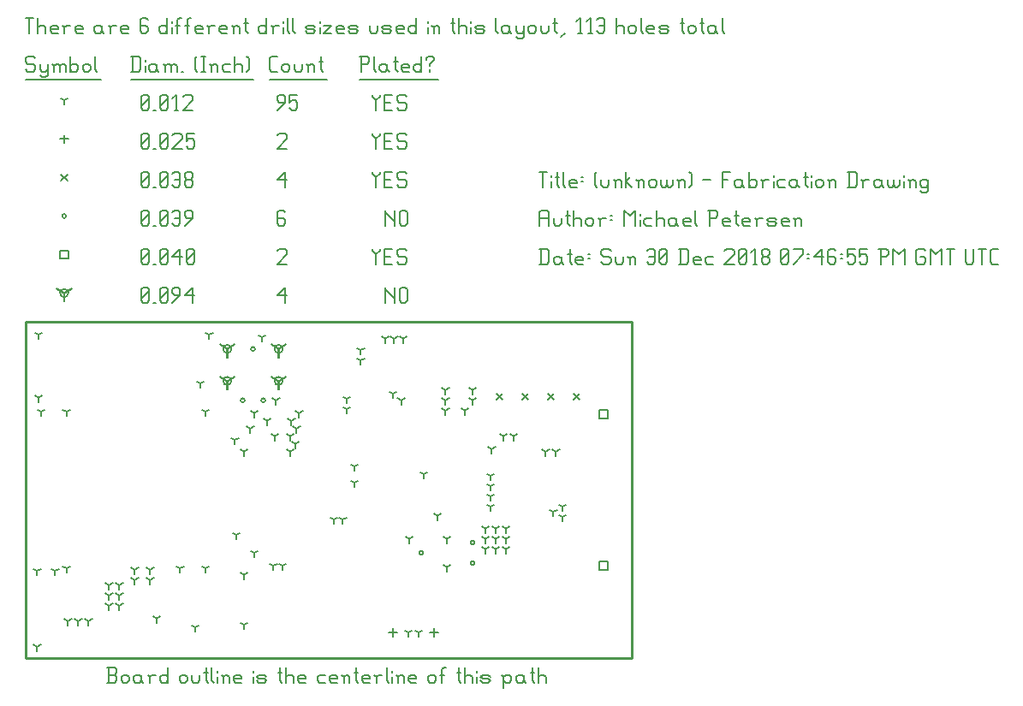
<source format=gbr>
G04 start of page 13 for group -3984 idx -3984 *
G04 Title: (unknown), fab *
G04 Creator: pcb 20140316 *
G04 CreationDate: Sun 30 Dec 2018 07:46:55 PM GMT UTC *
G04 For: railfan *
G04 Format: Gerber/RS-274X *
G04 PCB-Dimensions (mil): 2360.00 1310.00 *
G04 PCB-Coordinate-Origin: lower left *
%MOIN*%
%FSLAX25Y25*%
%LNFAB*%
%ADD108C,0.0100*%
%ADD107C,0.0060*%
%ADD106C,0.0001*%
%ADD105R,0.0080X0.0080*%
G54D105*X98500Y120500D02*Y117300D01*
G54D106*G36*
X97954Y120647D02*X101420Y122646D01*
X101820Y121953D01*
X98353Y119954D01*
X97954Y120647D01*
G37*
G36*
X98647Y119954D02*X95180Y121953D01*
X95580Y122646D01*
X99046Y120647D01*
X98647Y119954D01*
G37*
G54D105*X96900Y120500D02*G75*G03X100100Y120500I1600J0D01*G01*
G75*G03X96900Y120500I-1600J0D01*G01*
X98500Y108000D02*Y104800D01*
G54D106*G36*
X97954Y108147D02*X101420Y110146D01*
X101820Y109453D01*
X98353Y107454D01*
X97954Y108147D01*
G37*
G36*
X98647Y107454D02*X95180Y109453D01*
X95580Y110146D01*
X99046Y108147D01*
X98647Y107454D01*
G37*
G54D105*X96900Y108000D02*G75*G03X100100Y108000I1600J0D01*G01*
G75*G03X96900Y108000I-1600J0D01*G01*
X78500D02*Y104800D01*
G54D106*G36*
X77954Y108147D02*X81420Y110146D01*
X81820Y109453D01*
X78353Y107454D01*
X77954Y108147D01*
G37*
G36*
X78647Y107454D02*X75180Y109453D01*
X75580Y110146D01*
X79046Y108147D01*
X78647Y107454D01*
G37*
G54D105*X76900Y108000D02*G75*G03X80100Y108000I1600J0D01*G01*
G75*G03X76900Y108000I-1600J0D01*G01*
X78500Y120500D02*Y117300D01*
G54D106*G36*
X77954Y120647D02*X81420Y122646D01*
X81820Y121953D01*
X78353Y119954D01*
X77954Y120647D01*
G37*
G36*
X78647Y119954D02*X75180Y121953D01*
X75580Y122646D01*
X79046Y120647D01*
X78647Y119954D01*
G37*
G54D105*X76900Y120500D02*G75*G03X80100Y120500I1600J0D01*G01*
G75*G03X76900Y120500I-1600J0D01*G01*
X15000Y142250D02*Y139050D01*
G54D106*G36*
X14454Y142397D02*X17920Y144396D01*
X18320Y143703D01*
X14853Y141704D01*
X14454Y142397D01*
G37*
G36*
X15147Y141704D02*X11680Y143703D01*
X12080Y144396D01*
X15546Y142397D01*
X15147Y141704D01*
G37*
G54D105*X13400Y142250D02*G75*G03X16600Y142250I1600J0D01*G01*
G75*G03X13400Y142250I-1600J0D01*G01*
G54D107*X140000Y144500D02*Y138500D01*
Y144500D02*Y143750D01*
X143750Y140000D01*
Y144500D02*Y138500D01*
X145550Y143750D02*Y139250D01*
Y143750D02*X146300Y144500D01*
X147800D01*
X148550Y143750D01*
Y139250D01*
X147800Y138500D02*X148550Y139250D01*
X146300Y138500D02*X147800D01*
X145550Y139250D02*X146300Y138500D01*
X98000Y141500D02*X101000Y144500D01*
X98000Y141500D02*X101750D01*
X101000Y144500D02*Y138500D01*
X45000Y139250D02*X45750Y138500D01*
X45000Y143750D02*Y139250D01*
Y143750D02*X45750Y144500D01*
X47250D01*
X48000Y143750D01*
Y139250D01*
X47250Y138500D02*X48000Y139250D01*
X45750Y138500D02*X47250D01*
X45000Y140000D02*X48000Y143000D01*
X49800Y138500D02*X50550D01*
X52350Y139250D02*X53100Y138500D01*
X52350Y143750D02*Y139250D01*
Y143750D02*X53100Y144500D01*
X54600D01*
X55350Y143750D01*
Y139250D01*
X54600Y138500D02*X55350Y139250D01*
X53100Y138500D02*X54600D01*
X52350Y140000D02*X55350Y143000D01*
X57150Y138500D02*X60150Y141500D01*
Y143750D02*Y141500D01*
X59400Y144500D02*X60150Y143750D01*
X57900Y144500D02*X59400D01*
X57150Y143750D02*X57900Y144500D01*
X57150Y143750D02*Y142250D01*
X57900Y141500D01*
X60150D01*
X61950D02*X64950Y144500D01*
X61950Y141500D02*X65700D01*
X64950Y144500D02*Y138500D01*
X223400Y96600D02*X226600D01*
X223400D02*Y93400D01*
X226600D01*
Y96600D02*Y93400D01*
X223400Y37600D02*X226600D01*
X223400D02*Y34400D01*
X226600D01*
Y37600D02*Y34400D01*
X13400Y158850D02*X16600D01*
X13400D02*Y155650D01*
X16600D01*
Y158850D02*Y155650D01*
X135000Y159500D02*Y158750D01*
X136500Y157250D01*
X138000Y158750D01*
Y159500D02*Y158750D01*
X136500Y157250D02*Y153500D01*
X139800Y156500D02*X142050D01*
X139800Y153500D02*X142800D01*
X139800Y159500D02*Y153500D01*
Y159500D02*X142800D01*
X147600D02*X148350Y158750D01*
X145350Y159500D02*X147600D01*
X144600Y158750D02*X145350Y159500D01*
X144600Y158750D02*Y157250D01*
X145350Y156500D01*
X147600D01*
X148350Y155750D01*
Y154250D01*
X147600Y153500D02*X148350Y154250D01*
X145350Y153500D02*X147600D01*
X144600Y154250D02*X145350Y153500D01*
X98000Y158750D02*X98750Y159500D01*
X101000D01*
X101750Y158750D01*
Y157250D01*
X98000Y153500D02*X101750Y157250D01*
X98000Y153500D02*X101750D01*
X45000Y154250D02*X45750Y153500D01*
X45000Y158750D02*Y154250D01*
Y158750D02*X45750Y159500D01*
X47250D01*
X48000Y158750D01*
Y154250D01*
X47250Y153500D02*X48000Y154250D01*
X45750Y153500D02*X47250D01*
X45000Y155000D02*X48000Y158000D01*
X49800Y153500D02*X50550D01*
X52350Y154250D02*X53100Y153500D01*
X52350Y158750D02*Y154250D01*
Y158750D02*X53100Y159500D01*
X54600D01*
X55350Y158750D01*
Y154250D01*
X54600Y153500D02*X55350Y154250D01*
X53100Y153500D02*X54600D01*
X52350Y155000D02*X55350Y158000D01*
X57150Y156500D02*X60150Y159500D01*
X57150Y156500D02*X60900D01*
X60150Y159500D02*Y153500D01*
X62700Y154250D02*X63450Y153500D01*
X62700Y158750D02*Y154250D01*
Y158750D02*X63450Y159500D01*
X64950D01*
X65700Y158750D01*
Y154250D01*
X64950Y153500D02*X65700Y154250D01*
X63450Y153500D02*X64950D01*
X62700Y155000D02*X65700Y158000D01*
X153200Y41000D02*G75*G03X154800Y41000I800J0D01*G01*
G75*G03X153200Y41000I-800J0D01*G01*
X173200Y45000D02*G75*G03X174800Y45000I800J0D01*G01*
G75*G03X173200Y45000I-800J0D01*G01*
Y37000D02*G75*G03X174800Y37000I800J0D01*G01*
G75*G03X173200Y37000I-800J0D01*G01*
X87700Y120500D02*G75*G03X89300Y120500I800J0D01*G01*
G75*G03X87700Y120500I-800J0D01*G01*
X91700Y100500D02*G75*G03X93300Y100500I800J0D01*G01*
G75*G03X91700Y100500I-800J0D01*G01*
X83700D02*G75*G03X85300Y100500I800J0D01*G01*
G75*G03X83700Y100500I-800J0D01*G01*
X14200Y172250D02*G75*G03X15800Y172250I800J0D01*G01*
G75*G03X14200Y172250I-800J0D01*G01*
X140000Y174500D02*Y168500D01*
Y174500D02*Y173750D01*
X143750Y170000D01*
Y174500D02*Y168500D01*
X145550Y173750D02*Y169250D01*
Y173750D02*X146300Y174500D01*
X147800D01*
X148550Y173750D01*
Y169250D01*
X147800Y168500D02*X148550Y169250D01*
X146300Y168500D02*X147800D01*
X145550Y169250D02*X146300Y168500D01*
X100250Y174500D02*X101000Y173750D01*
X98750Y174500D02*X100250D01*
X98000Y173750D02*X98750Y174500D01*
X98000Y173750D02*Y169250D01*
X98750Y168500D01*
X100250Y171500D02*X101000Y170750D01*
X98000Y171500D02*X100250D01*
X98750Y168500D02*X100250D01*
X101000Y169250D01*
Y170750D02*Y169250D01*
X45000D02*X45750Y168500D01*
X45000Y173750D02*Y169250D01*
Y173750D02*X45750Y174500D01*
X47250D01*
X48000Y173750D01*
Y169250D01*
X47250Y168500D02*X48000Y169250D01*
X45750Y168500D02*X47250D01*
X45000Y170000D02*X48000Y173000D01*
X49800Y168500D02*X50550D01*
X52350Y169250D02*X53100Y168500D01*
X52350Y173750D02*Y169250D01*
Y173750D02*X53100Y174500D01*
X54600D01*
X55350Y173750D01*
Y169250D01*
X54600Y168500D02*X55350Y169250D01*
X53100Y168500D02*X54600D01*
X52350Y170000D02*X55350Y173000D01*
X57150Y173750D02*X57900Y174500D01*
X59400D01*
X60150Y173750D01*
Y169250D01*
X59400Y168500D02*X60150Y169250D01*
X57900Y168500D02*X59400D01*
X57150Y169250D02*X57900Y168500D01*
Y171500D02*X60150D01*
X61950Y168500D02*X64950Y171500D01*
Y173750D02*Y171500D01*
X64200Y174500D02*X64950Y173750D01*
X62700Y174500D02*X64200D01*
X61950Y173750D02*X62700Y174500D01*
X61950Y173750D02*Y172250D01*
X62700Y171500D01*
X64950D01*
X213300Y103200D02*X215700Y100800D01*
X213300D02*X215700Y103200D01*
X203300D02*X205700Y100800D01*
X203300D02*X205700Y103200D01*
X193300D02*X195700Y100800D01*
X193300D02*X195700Y103200D01*
X183300D02*X185700Y100800D01*
X183300D02*X185700Y103200D01*
X13800Y188450D02*X16200Y186050D01*
X13800D02*X16200Y188450D01*
X135000Y189500D02*Y188750D01*
X136500Y187250D01*
X138000Y188750D01*
Y189500D02*Y188750D01*
X136500Y187250D02*Y183500D01*
X139800Y186500D02*X142050D01*
X139800Y183500D02*X142800D01*
X139800Y189500D02*Y183500D01*
Y189500D02*X142800D01*
X147600D02*X148350Y188750D01*
X145350Y189500D02*X147600D01*
X144600Y188750D02*X145350Y189500D01*
X144600Y188750D02*Y187250D01*
X145350Y186500D01*
X147600D01*
X148350Y185750D01*
Y184250D01*
X147600Y183500D02*X148350Y184250D01*
X145350Y183500D02*X147600D01*
X144600Y184250D02*X145350Y183500D01*
X98000Y186500D02*X101000Y189500D01*
X98000Y186500D02*X101750D01*
X101000Y189500D02*Y183500D01*
X45000Y184250D02*X45750Y183500D01*
X45000Y188750D02*Y184250D01*
Y188750D02*X45750Y189500D01*
X47250D01*
X48000Y188750D01*
Y184250D01*
X47250Y183500D02*X48000Y184250D01*
X45750Y183500D02*X47250D01*
X45000Y185000D02*X48000Y188000D01*
X49800Y183500D02*X50550D01*
X52350Y184250D02*X53100Y183500D01*
X52350Y188750D02*Y184250D01*
Y188750D02*X53100Y189500D01*
X54600D01*
X55350Y188750D01*
Y184250D01*
X54600Y183500D02*X55350Y184250D01*
X53100Y183500D02*X54600D01*
X52350Y185000D02*X55350Y188000D01*
X57150Y188750D02*X57900Y189500D01*
X59400D01*
X60150Y188750D01*
Y184250D01*
X59400Y183500D02*X60150Y184250D01*
X57900Y183500D02*X59400D01*
X57150Y184250D02*X57900Y183500D01*
Y186500D02*X60150D01*
X61950Y184250D02*X62700Y183500D01*
X61950Y185750D02*Y184250D01*
Y185750D02*X62700Y186500D01*
X64200D01*
X64950Y185750D01*
Y184250D01*
X64200Y183500D02*X64950Y184250D01*
X62700Y183500D02*X64200D01*
X61950Y187250D02*X62700Y186500D01*
X61950Y188750D02*Y187250D01*
Y188750D02*X62700Y189500D01*
X64200D01*
X64950Y188750D01*
Y187250D01*
X64200Y186500D02*X64950Y187250D01*
X143028Y11750D02*Y8550D01*
X141428Y10150D02*X144628D01*
X158972Y11750D02*Y8550D01*
X157372Y10150D02*X160572D01*
X15000Y203850D02*Y200650D01*
X13400Y202250D02*X16600D01*
X135000Y204500D02*Y203750D01*
X136500Y202250D01*
X138000Y203750D01*
Y204500D02*Y203750D01*
X136500Y202250D02*Y198500D01*
X139800Y201500D02*X142050D01*
X139800Y198500D02*X142800D01*
X139800Y204500D02*Y198500D01*
Y204500D02*X142800D01*
X147600D02*X148350Y203750D01*
X145350Y204500D02*X147600D01*
X144600Y203750D02*X145350Y204500D01*
X144600Y203750D02*Y202250D01*
X145350Y201500D01*
X147600D01*
X148350Y200750D01*
Y199250D01*
X147600Y198500D02*X148350Y199250D01*
X145350Y198500D02*X147600D01*
X144600Y199250D02*X145350Y198500D01*
X98000Y203750D02*X98750Y204500D01*
X101000D01*
X101750Y203750D01*
Y202250D01*
X98000Y198500D02*X101750Y202250D01*
X98000Y198500D02*X101750D01*
X45000Y199250D02*X45750Y198500D01*
X45000Y203750D02*Y199250D01*
Y203750D02*X45750Y204500D01*
X47250D01*
X48000Y203750D01*
Y199250D01*
X47250Y198500D02*X48000Y199250D01*
X45750Y198500D02*X47250D01*
X45000Y200000D02*X48000Y203000D01*
X49800Y198500D02*X50550D01*
X52350Y199250D02*X53100Y198500D01*
X52350Y203750D02*Y199250D01*
Y203750D02*X53100Y204500D01*
X54600D01*
X55350Y203750D01*
Y199250D01*
X54600Y198500D02*X55350Y199250D01*
X53100Y198500D02*X54600D01*
X52350Y200000D02*X55350Y203000D01*
X57150Y203750D02*X57900Y204500D01*
X60150D01*
X60900Y203750D01*
Y202250D01*
X57150Y198500D02*X60900Y202250D01*
X57150Y198500D02*X60900D01*
X62700Y204500D02*X65700D01*
X62700D02*Y201500D01*
X63450Y202250D01*
X64950D01*
X65700Y201500D01*
Y199250D01*
X64950Y198500D02*X65700Y199250D01*
X63450Y198500D02*X64950D01*
X62700Y199250D02*X63450Y198500D01*
X205500Y57000D02*Y55400D01*
Y57000D02*X206887Y57800D01*
X205500Y57000D02*X204113Y57800D01*
X209000Y55000D02*Y53400D01*
Y55000D02*X210387Y55800D01*
X209000Y55000D02*X207613Y55800D01*
X209000Y59000D02*Y57400D01*
Y59000D02*X210387Y59800D01*
X209000Y59000D02*X207613Y59800D01*
X128000Y68425D02*Y66825D01*
Y68425D02*X129387Y69225D01*
X128000Y68425D02*X126613Y69225D01*
X128000Y74724D02*Y73124D01*
Y74724D02*X129387Y75524D01*
X128000Y74724D02*X126613Y75524D01*
X155000Y71575D02*Y69975D01*
Y71575D02*X156387Y72375D01*
X155000Y71575D02*X153613Y72375D01*
X179000Y46500D02*Y44900D01*
Y46500D02*X180387Y47300D01*
X179000Y46500D02*X177613Y47300D01*
X179000Y50500D02*Y48900D01*
Y50500D02*X180387Y51300D01*
X179000Y50500D02*X177613Y51300D01*
X179000Y42500D02*Y40900D01*
Y42500D02*X180387Y43300D01*
X179000Y42500D02*X177613Y43300D01*
X183000Y46500D02*Y44900D01*
Y46500D02*X184387Y47300D01*
X183000Y46500D02*X181613Y47300D01*
X183000Y42500D02*Y40900D01*
Y42500D02*X184387Y43300D01*
X183000Y42500D02*X181613Y43300D01*
X183000Y50500D02*Y48900D01*
Y50500D02*X184387Y51300D01*
X183000Y50500D02*X181613Y51300D01*
X187000Y46500D02*Y44900D01*
Y46500D02*X188387Y47300D01*
X187000Y46500D02*X185613Y47300D01*
X187000Y42500D02*Y40900D01*
Y42500D02*X188387Y43300D01*
X187000Y42500D02*X185613Y43300D01*
X187000Y50500D02*Y48900D01*
Y50500D02*X188387Y51300D01*
X187000Y50500D02*X185613Y51300D01*
X181000Y67000D02*Y65400D01*
Y67000D02*X182387Y67800D01*
X181000Y67000D02*X179613Y67800D01*
X181000Y63000D02*Y61400D01*
Y63000D02*X182387Y63800D01*
X181000Y63000D02*X179613Y63800D01*
X181000Y59000D02*Y57400D01*
Y59000D02*X182387Y59800D01*
X181000Y59000D02*X179613Y59800D01*
X181000Y71000D02*Y69400D01*
Y71000D02*X182387Y71800D01*
X181000Y71000D02*X179613Y71800D01*
X149374Y46500D02*Y44900D01*
Y46500D02*X150761Y47300D01*
X149374Y46500D02*X147987Y47300D01*
X164000Y46500D02*Y44900D01*
Y46500D02*X165387Y47300D01*
X164000Y46500D02*X162613Y47300D01*
X164000Y35500D02*Y33900D01*
Y35500D02*X165387Y36300D01*
X164000Y35500D02*X162613Y36300D01*
X160279Y55500D02*Y53900D01*
Y55500D02*X161666Y56300D01*
X160279Y55500D02*X158892Y56300D01*
X140000Y124500D02*Y122900D01*
Y124500D02*X141387Y125300D01*
X140000Y124500D02*X138613Y125300D01*
X143500Y124500D02*Y122900D01*
Y124500D02*X144887Y125300D01*
X143500Y124500D02*X142113Y125300D01*
X147000Y124500D02*Y122900D01*
Y124500D02*X148387Y125300D01*
X147000Y124500D02*X145613Y125300D01*
X125000Y101000D02*Y99400D01*
Y101000D02*X126387Y101800D01*
X125000Y101000D02*X123613Y101800D01*
X125000Y97000D02*Y95400D01*
Y97000D02*X126387Y97800D01*
X125000Y97000D02*X123613Y97800D01*
X143075Y103000D02*Y101400D01*
Y103000D02*X144462Y103800D01*
X143075Y103000D02*X141689Y103800D01*
X146224Y100500D02*Y98900D01*
Y100500D02*X147611Y101300D01*
X146224Y100500D02*X144837Y101300D01*
X130500Y116000D02*Y114400D01*
Y116000D02*X131887Y116800D01*
X130500Y116000D02*X129113Y116800D01*
X130500Y120000D02*Y118400D01*
Y120000D02*X131887Y120800D01*
X130500Y120000D02*X129113Y120800D01*
X163500Y104500D02*Y102900D01*
Y104500D02*X164887Y105300D01*
X163500Y104500D02*X162113Y105300D01*
X163500Y100500D02*Y98900D01*
Y100500D02*X164887Y101300D01*
X163500Y100500D02*X162113Y101300D01*
X24500Y14500D02*Y12900D01*
Y14500D02*X25887Y15300D01*
X24500Y14500D02*X23113Y15300D01*
X20500Y14500D02*Y12900D01*
Y14500D02*X21887Y15300D01*
X20500Y14500D02*X19113Y15300D01*
X16500Y14500D02*Y12900D01*
Y14500D02*X17887Y15300D01*
X16500Y14500D02*X15113Y15300D01*
X15854Y35000D02*Y33400D01*
Y35000D02*X17241Y35800D01*
X15854Y35000D02*X14467Y35800D01*
X60146Y35000D02*Y33400D01*
Y35000D02*X61533Y35800D01*
X60146Y35000D02*X58759Y35800D01*
X69988Y35000D02*Y33400D01*
Y35000D02*X71375Y35800D01*
X69988Y35000D02*X68602Y35800D01*
X69988Y96000D02*Y94400D01*
Y96000D02*X71375Y96800D01*
X69988Y96000D02*X68602Y96800D01*
X15854Y96000D02*Y94400D01*
Y96000D02*X17241Y96800D01*
X15854Y96000D02*X14467Y96800D01*
X6012Y96000D02*Y94400D01*
Y96000D02*X7399Y96800D01*
X6012Y96000D02*X4625Y96800D01*
X97500Y100500D02*Y98900D01*
Y100500D02*X98887Y101300D01*
X97500Y100500D02*X96113Y101300D01*
X186000Y86500D02*Y84900D01*
Y86500D02*X187387Y87300D01*
X186000Y86500D02*X184613Y87300D01*
X190000Y86500D02*Y84900D01*
Y86500D02*X191387Y87300D01*
X190000Y86500D02*X188613Y87300D01*
X181500Y81500D02*Y79900D01*
Y81500D02*X182887Y82300D01*
X181500Y81500D02*X180113Y82300D01*
X42500Y34500D02*Y32900D01*
Y34500D02*X43887Y35300D01*
X42500Y34500D02*X41113Y35300D01*
X48500Y34500D02*Y32900D01*
Y34500D02*X49887Y35300D01*
X48500Y34500D02*X47113Y35300D01*
X163500Y96500D02*Y94900D01*
Y96500D02*X164887Y97300D01*
X163500Y96500D02*X162113Y97300D01*
X171000Y96500D02*Y94900D01*
Y96500D02*X172387Y97300D01*
X171000Y96500D02*X169613Y97300D01*
X174000Y104500D02*Y102900D01*
Y104500D02*X175387Y105300D01*
X174000Y104500D02*X172613Y105300D01*
X174000Y100500D02*Y98900D01*
Y100500D02*X175387Y101300D01*
X174000Y100500D02*X172613Y101300D01*
X105000Y83500D02*Y81900D01*
Y83500D02*X106387Y84300D01*
X105000Y83500D02*X103613Y84300D01*
X97000Y86500D02*Y84900D01*
Y86500D02*X98387Y87300D01*
X97000Y86500D02*X95613Y87300D01*
X106500Y95500D02*Y93900D01*
Y95500D02*X107887Y96300D01*
X106500Y95500D02*X105113Y96300D01*
X103500Y92500D02*Y90900D01*
Y92500D02*X104887Y93300D01*
X103500Y92500D02*X102113Y93300D01*
X105500Y89500D02*Y87900D01*
Y89500D02*X106887Y90300D01*
X105500Y89500D02*X104113Y90300D01*
X103000Y86500D02*Y84900D01*
Y86500D02*X104387Y87300D01*
X103000Y86500D02*X101613Y87300D01*
X103000Y80500D02*Y78900D01*
Y80500D02*X104387Y81300D01*
X103000Y80500D02*X101613Y81300D01*
X87500Y89500D02*Y87900D01*
Y89500D02*X88887Y90300D01*
X87500Y89500D02*X86113Y90300D01*
X81500Y85000D02*Y83400D01*
Y85000D02*X82887Y85800D01*
X81500Y85000D02*X80113Y85800D01*
X82000Y48000D02*Y46400D01*
Y48000D02*X83387Y48800D01*
X82000Y48000D02*X80613Y48800D01*
X89000Y41000D02*Y39400D01*
Y41000D02*X90387Y41800D01*
X89000Y41000D02*X87613Y41800D01*
X42500Y30500D02*Y28900D01*
Y30500D02*X43887Y31300D01*
X42500Y30500D02*X41113Y31300D01*
X48500Y30500D02*Y28900D01*
Y30500D02*X49887Y31300D01*
X48500Y30500D02*X47113Y31300D01*
X32500Y24500D02*Y22900D01*
Y24500D02*X33887Y25300D01*
X32500Y24500D02*X31113Y25300D01*
X32500Y28500D02*Y26900D01*
Y28500D02*X33887Y29300D01*
X32500Y28500D02*X31113Y29300D01*
X36500Y24500D02*Y22900D01*
Y24500D02*X37887Y25300D01*
X36500Y24500D02*X35113Y25300D01*
X36500Y28500D02*Y26900D01*
Y28500D02*X37887Y29300D01*
X36500Y28500D02*X35113Y29300D01*
X36500Y20500D02*Y18900D01*
Y20500D02*X37887Y21300D01*
X36500Y20500D02*X35113Y21300D01*
X85000Y80500D02*Y78900D01*
Y80500D02*X86387Y81300D01*
X85000Y80500D02*X83613Y81300D01*
X94000Y92500D02*Y90900D01*
Y92500D02*X95387Y93300D01*
X94000Y92500D02*X92613Y93300D01*
X89000Y95500D02*Y93900D01*
Y95500D02*X90387Y96300D01*
X89000Y95500D02*X87613Y96300D01*
X92000Y125000D02*Y123400D01*
Y125000D02*X93387Y125800D01*
X92000Y125000D02*X90613Y125800D01*
X149000Y10000D02*Y8400D01*
Y10000D02*X150387Y10800D01*
X149000Y10000D02*X147613Y10800D01*
X153000Y10000D02*Y8400D01*
Y10000D02*X154387Y10800D01*
X153000Y10000D02*X151613Y10800D01*
X96500Y36000D02*Y34400D01*
Y36000D02*X97887Y36800D01*
X96500Y36000D02*X95113Y36800D01*
X100000Y36000D02*Y34400D01*
Y36000D02*X101387Y36800D01*
X100000Y36000D02*X98613Y36800D01*
X123500Y54000D02*Y52400D01*
Y54000D02*X124887Y54800D01*
X123500Y54000D02*X122113Y54800D01*
X120000Y54000D02*Y52400D01*
Y54000D02*X121387Y54800D01*
X120000Y54000D02*X118613Y54800D01*
X202500Y80500D02*Y78900D01*
Y80500D02*X203887Y81300D01*
X202500Y80500D02*X201113Y81300D01*
X206500Y80500D02*Y78900D01*
Y80500D02*X207887Y81300D01*
X206500Y80500D02*X205113Y81300D01*
X32500Y20500D02*Y18900D01*
Y20500D02*X33887Y21300D01*
X32500Y20500D02*X31113Y21300D01*
X4500Y34000D02*Y32400D01*
Y34000D02*X5887Y34800D01*
X4500Y34000D02*X3113Y34800D01*
X11500Y34000D02*Y32400D01*
Y34000D02*X12887Y34800D01*
X11500Y34000D02*X10113Y34800D01*
X4500Y4500D02*Y2900D01*
Y4500D02*X5887Y5300D01*
X4500Y4500D02*X3113Y5300D01*
X51000Y15500D02*Y13900D01*
Y15500D02*X52387Y16300D01*
X51000Y15500D02*X49613Y16300D01*
X85000Y13000D02*Y11400D01*
Y13000D02*X86387Y13800D01*
X85000Y13000D02*X83613Y13800D01*
X85000Y32500D02*Y30900D01*
Y32500D02*X86387Y33300D01*
X85000Y32500D02*X83613Y33300D01*
X5000Y126000D02*Y124400D01*
Y126000D02*X6387Y126800D01*
X5000Y126000D02*X3613Y126800D01*
X71500Y126000D02*Y124400D01*
Y126000D02*X72887Y126800D01*
X71500Y126000D02*X70113Y126800D01*
X5000Y101500D02*Y99900D01*
Y101500D02*X6387Y102300D01*
X5000Y101500D02*X3613Y102300D01*
X68000Y107000D02*Y105400D01*
Y107000D02*X69387Y107800D01*
X68000Y107000D02*X66613Y107800D01*
X66000Y12000D02*Y10400D01*
Y12000D02*X67387Y12800D01*
X66000Y12000D02*X64613Y12800D01*
X15000Y217250D02*Y215650D01*
Y217250D02*X16387Y218050D01*
X15000Y217250D02*X13613Y218050D01*
X135000Y219500D02*Y218750D01*
X136500Y217250D01*
X138000Y218750D01*
Y219500D02*Y218750D01*
X136500Y217250D02*Y213500D01*
X139800Y216500D02*X142050D01*
X139800Y213500D02*X142800D01*
X139800Y219500D02*Y213500D01*
Y219500D02*X142800D01*
X147600D02*X148350Y218750D01*
X145350Y219500D02*X147600D01*
X144600Y218750D02*X145350Y219500D01*
X144600Y218750D02*Y217250D01*
X145350Y216500D01*
X147600D01*
X148350Y215750D01*
Y214250D01*
X147600Y213500D02*X148350Y214250D01*
X145350Y213500D02*X147600D01*
X144600Y214250D02*X145350Y213500D01*
X98000D02*X101000Y216500D01*
Y218750D02*Y216500D01*
X100250Y219500D02*X101000Y218750D01*
X98750Y219500D02*X100250D01*
X98000Y218750D02*X98750Y219500D01*
X98000Y218750D02*Y217250D01*
X98750Y216500D01*
X101000D01*
X102800Y219500D02*X105800D01*
X102800D02*Y216500D01*
X103550Y217250D01*
X105050D01*
X105800Y216500D01*
Y214250D01*
X105050Y213500D02*X105800Y214250D01*
X103550Y213500D02*X105050D01*
X102800Y214250D02*X103550Y213500D01*
X45000Y214250D02*X45750Y213500D01*
X45000Y218750D02*Y214250D01*
Y218750D02*X45750Y219500D01*
X47250D01*
X48000Y218750D01*
Y214250D01*
X47250Y213500D02*X48000Y214250D01*
X45750Y213500D02*X47250D01*
X45000Y215000D02*X48000Y218000D01*
X49800Y213500D02*X50550D01*
X52350Y214250D02*X53100Y213500D01*
X52350Y218750D02*Y214250D01*
Y218750D02*X53100Y219500D01*
X54600D01*
X55350Y218750D01*
Y214250D01*
X54600Y213500D02*X55350Y214250D01*
X53100Y213500D02*X54600D01*
X52350Y215000D02*X55350Y218000D01*
X57900Y213500D02*X59400D01*
X58650Y219500D02*Y213500D01*
X57150Y218000D02*X58650Y219500D01*
X61200Y218750D02*X61950Y219500D01*
X64200D01*
X64950Y218750D01*
Y217250D01*
X61200Y213500D02*X64950Y217250D01*
X61200Y213500D02*X64950D01*
X3000Y234500D02*X3750Y233750D01*
X750Y234500D02*X3000D01*
X0Y233750D02*X750Y234500D01*
X0Y233750D02*Y232250D01*
X750Y231500D01*
X3000D01*
X3750Y230750D01*
Y229250D01*
X3000Y228500D02*X3750Y229250D01*
X750Y228500D02*X3000D01*
X0Y229250D02*X750Y228500D01*
X5550Y231500D02*Y229250D01*
X6300Y228500D01*
X8550Y231500D02*Y227000D01*
X7800Y226250D02*X8550Y227000D01*
X6300Y226250D02*X7800D01*
X5550Y227000D02*X6300Y226250D01*
Y228500D02*X7800D01*
X8550Y229250D01*
X11100Y230750D02*Y228500D01*
Y230750D02*X11850Y231500D01*
X12600D01*
X13350Y230750D01*
Y228500D01*
Y230750D02*X14100Y231500D01*
X14850D01*
X15600Y230750D01*
Y228500D01*
X10350Y231500D02*X11100Y230750D01*
X17400Y234500D02*Y228500D01*
Y229250D02*X18150Y228500D01*
X19650D01*
X20400Y229250D01*
Y230750D02*Y229250D01*
X19650Y231500D02*X20400Y230750D01*
X18150Y231500D02*X19650D01*
X17400Y230750D02*X18150Y231500D01*
X22200Y230750D02*Y229250D01*
Y230750D02*X22950Y231500D01*
X24450D01*
X25200Y230750D01*
Y229250D01*
X24450Y228500D02*X25200Y229250D01*
X22950Y228500D02*X24450D01*
X22200Y229250D02*X22950Y228500D01*
X27000Y234500D02*Y229250D01*
X27750Y228500D01*
X0Y225250D02*X29250D01*
X41750Y234500D02*Y228500D01*
X44000Y234500D02*X44750Y233750D01*
Y229250D01*
X44000Y228500D02*X44750Y229250D01*
X41000Y228500D02*X44000D01*
X41000Y234500D02*X44000D01*
X46550Y233000D02*Y232250D01*
Y230750D02*Y228500D01*
X50300Y231500D02*X51050Y230750D01*
X48800Y231500D02*X50300D01*
X48050Y230750D02*X48800Y231500D01*
X48050Y230750D02*Y229250D01*
X48800Y228500D01*
X51050Y231500D02*Y229250D01*
X51800Y228500D01*
X48800D02*X50300D01*
X51050Y229250D01*
X54350Y230750D02*Y228500D01*
Y230750D02*X55100Y231500D01*
X55850D01*
X56600Y230750D01*
Y228500D01*
Y230750D02*X57350Y231500D01*
X58100D01*
X58850Y230750D01*
Y228500D01*
X53600Y231500D02*X54350Y230750D01*
X60650Y228500D02*X61400D01*
X65900Y229250D02*X66650Y228500D01*
X65900Y233750D02*X66650Y234500D01*
X65900Y233750D02*Y229250D01*
X68450Y234500D02*X69950D01*
X69200D02*Y228500D01*
X68450D02*X69950D01*
X72500Y230750D02*Y228500D01*
Y230750D02*X73250Y231500D01*
X74000D01*
X74750Y230750D01*
Y228500D01*
X71750Y231500D02*X72500Y230750D01*
X77300Y231500D02*X79550D01*
X76550Y230750D02*X77300Y231500D01*
X76550Y230750D02*Y229250D01*
X77300Y228500D01*
X79550D01*
X81350Y234500D02*Y228500D01*
Y230750D02*X82100Y231500D01*
X83600D01*
X84350Y230750D01*
Y228500D01*
X86150Y234500D02*X86900Y233750D01*
Y229250D01*
X86150Y228500D02*X86900Y229250D01*
X41000Y225250D02*X88700D01*
X95750Y228500D02*X98000D01*
X95000Y229250D02*X95750Y228500D01*
X95000Y233750D02*Y229250D01*
Y233750D02*X95750Y234500D01*
X98000D01*
X99800Y230750D02*Y229250D01*
Y230750D02*X100550Y231500D01*
X102050D01*
X102800Y230750D01*
Y229250D01*
X102050Y228500D02*X102800Y229250D01*
X100550Y228500D02*X102050D01*
X99800Y229250D02*X100550Y228500D01*
X104600Y231500D02*Y229250D01*
X105350Y228500D01*
X106850D01*
X107600Y229250D01*
Y231500D02*Y229250D01*
X110150Y230750D02*Y228500D01*
Y230750D02*X110900Y231500D01*
X111650D01*
X112400Y230750D01*
Y228500D01*
X109400Y231500D02*X110150Y230750D01*
X114950Y234500D02*Y229250D01*
X115700Y228500D01*
X114200Y232250D02*X115700D01*
X95000Y225250D02*X117200D01*
X130750Y234500D02*Y228500D01*
X130000Y234500D02*X133000D01*
X133750Y233750D01*
Y232250D01*
X133000Y231500D02*X133750Y232250D01*
X130750Y231500D02*X133000D01*
X135550Y234500D02*Y229250D01*
X136300Y228500D01*
X140050Y231500D02*X140800Y230750D01*
X138550Y231500D02*X140050D01*
X137800Y230750D02*X138550Y231500D01*
X137800Y230750D02*Y229250D01*
X138550Y228500D01*
X140800Y231500D02*Y229250D01*
X141550Y228500D01*
X138550D02*X140050D01*
X140800Y229250D01*
X144100Y234500D02*Y229250D01*
X144850Y228500D01*
X143350Y232250D02*X144850D01*
X147100Y228500D02*X149350D01*
X146350Y229250D02*X147100Y228500D01*
X146350Y230750D02*Y229250D01*
Y230750D02*X147100Y231500D01*
X148600D01*
X149350Y230750D01*
X146350Y230000D02*X149350D01*
Y230750D02*Y230000D01*
X154150Y234500D02*Y228500D01*
X153400D02*X154150Y229250D01*
X151900Y228500D02*X153400D01*
X151150Y229250D02*X151900Y228500D01*
X151150Y230750D02*Y229250D01*
Y230750D02*X151900Y231500D01*
X153400D01*
X154150Y230750D01*
X157450Y231500D02*Y230750D01*
Y229250D02*Y228500D01*
X155950Y233750D02*Y233000D01*
Y233750D02*X156700Y234500D01*
X158200D01*
X158950Y233750D01*
Y233000D01*
X157450Y231500D02*X158950Y233000D01*
X130000Y225250D02*X160750D01*
X0Y249500D02*X3000D01*
X1500D02*Y243500D01*
X4800Y249500D02*Y243500D01*
Y245750D02*X5550Y246500D01*
X7050D01*
X7800Y245750D01*
Y243500D01*
X10350D02*X12600D01*
X9600Y244250D02*X10350Y243500D01*
X9600Y245750D02*Y244250D01*
Y245750D02*X10350Y246500D01*
X11850D01*
X12600Y245750D01*
X9600Y245000D02*X12600D01*
Y245750D02*Y245000D01*
X15150Y245750D02*Y243500D01*
Y245750D02*X15900Y246500D01*
X17400D01*
X14400D02*X15150Y245750D01*
X19950Y243500D02*X22200D01*
X19200Y244250D02*X19950Y243500D01*
X19200Y245750D02*Y244250D01*
Y245750D02*X19950Y246500D01*
X21450D01*
X22200Y245750D01*
X19200Y245000D02*X22200D01*
Y245750D02*Y245000D01*
X28950Y246500D02*X29700Y245750D01*
X27450Y246500D02*X28950D01*
X26700Y245750D02*X27450Y246500D01*
X26700Y245750D02*Y244250D01*
X27450Y243500D01*
X29700Y246500D02*Y244250D01*
X30450Y243500D01*
X27450D02*X28950D01*
X29700Y244250D01*
X33000Y245750D02*Y243500D01*
Y245750D02*X33750Y246500D01*
X35250D01*
X32250D02*X33000Y245750D01*
X37800Y243500D02*X40050D01*
X37050Y244250D02*X37800Y243500D01*
X37050Y245750D02*Y244250D01*
Y245750D02*X37800Y246500D01*
X39300D01*
X40050Y245750D01*
X37050Y245000D02*X40050D01*
Y245750D02*Y245000D01*
X46800Y249500D02*X47550Y248750D01*
X45300Y249500D02*X46800D01*
X44550Y248750D02*X45300Y249500D01*
X44550Y248750D02*Y244250D01*
X45300Y243500D01*
X46800Y246500D02*X47550Y245750D01*
X44550Y246500D02*X46800D01*
X45300Y243500D02*X46800D01*
X47550Y244250D01*
Y245750D02*Y244250D01*
X55050Y249500D02*Y243500D01*
X54300D02*X55050Y244250D01*
X52800Y243500D02*X54300D01*
X52050Y244250D02*X52800Y243500D01*
X52050Y245750D02*Y244250D01*
Y245750D02*X52800Y246500D01*
X54300D01*
X55050Y245750D01*
X56850Y248000D02*Y247250D01*
Y245750D02*Y243500D01*
X59100Y248750D02*Y243500D01*
Y248750D02*X59850Y249500D01*
X60600D01*
X58350Y246500D02*X59850D01*
X62850Y248750D02*Y243500D01*
Y248750D02*X63600Y249500D01*
X64350D01*
X62100Y246500D02*X63600D01*
X66600Y243500D02*X68850D01*
X65850Y244250D02*X66600Y243500D01*
X65850Y245750D02*Y244250D01*
Y245750D02*X66600Y246500D01*
X68100D01*
X68850Y245750D01*
X65850Y245000D02*X68850D01*
Y245750D02*Y245000D01*
X71400Y245750D02*Y243500D01*
Y245750D02*X72150Y246500D01*
X73650D01*
X70650D02*X71400Y245750D01*
X76200Y243500D02*X78450D01*
X75450Y244250D02*X76200Y243500D01*
X75450Y245750D02*Y244250D01*
Y245750D02*X76200Y246500D01*
X77700D01*
X78450Y245750D01*
X75450Y245000D02*X78450D01*
Y245750D02*Y245000D01*
X81000Y245750D02*Y243500D01*
Y245750D02*X81750Y246500D01*
X82500D01*
X83250Y245750D01*
Y243500D01*
X80250Y246500D02*X81000Y245750D01*
X85800Y249500D02*Y244250D01*
X86550Y243500D01*
X85050Y247250D02*X86550D01*
X93750Y249500D02*Y243500D01*
X93000D02*X93750Y244250D01*
X91500Y243500D02*X93000D01*
X90750Y244250D02*X91500Y243500D01*
X90750Y245750D02*Y244250D01*
Y245750D02*X91500Y246500D01*
X93000D01*
X93750Y245750D01*
X96300D02*Y243500D01*
Y245750D02*X97050Y246500D01*
X98550D01*
X95550D02*X96300Y245750D01*
X100350Y248000D02*Y247250D01*
Y245750D02*Y243500D01*
X101850Y249500D02*Y244250D01*
X102600Y243500D01*
X104100Y249500D02*Y244250D01*
X104850Y243500D01*
X109800D02*X112050D01*
X112800Y244250D01*
X112050Y245000D02*X112800Y244250D01*
X109800Y245000D02*X112050D01*
X109050Y245750D02*X109800Y245000D01*
X109050Y245750D02*X109800Y246500D01*
X112050D01*
X112800Y245750D01*
X109050Y244250D02*X109800Y243500D01*
X114600Y248000D02*Y247250D01*
Y245750D02*Y243500D01*
X116100Y246500D02*X119100D01*
X116100Y243500D02*X119100Y246500D01*
X116100Y243500D02*X119100D01*
X121650D02*X123900D01*
X120900Y244250D02*X121650Y243500D01*
X120900Y245750D02*Y244250D01*
Y245750D02*X121650Y246500D01*
X123150D01*
X123900Y245750D01*
X120900Y245000D02*X123900D01*
Y245750D02*Y245000D01*
X126450Y243500D02*X128700D01*
X129450Y244250D01*
X128700Y245000D02*X129450Y244250D01*
X126450Y245000D02*X128700D01*
X125700Y245750D02*X126450Y245000D01*
X125700Y245750D02*X126450Y246500D01*
X128700D01*
X129450Y245750D01*
X125700Y244250D02*X126450Y243500D01*
X133950Y246500D02*Y244250D01*
X134700Y243500D01*
X136200D01*
X136950Y244250D01*
Y246500D02*Y244250D01*
X139500Y243500D02*X141750D01*
X142500Y244250D01*
X141750Y245000D02*X142500Y244250D01*
X139500Y245000D02*X141750D01*
X138750Y245750D02*X139500Y245000D01*
X138750Y245750D02*X139500Y246500D01*
X141750D01*
X142500Y245750D01*
X138750Y244250D02*X139500Y243500D01*
X145050D02*X147300D01*
X144300Y244250D02*X145050Y243500D01*
X144300Y245750D02*Y244250D01*
Y245750D02*X145050Y246500D01*
X146550D01*
X147300Y245750D01*
X144300Y245000D02*X147300D01*
Y245750D02*Y245000D01*
X152100Y249500D02*Y243500D01*
X151350D02*X152100Y244250D01*
X149850Y243500D02*X151350D01*
X149100Y244250D02*X149850Y243500D01*
X149100Y245750D02*Y244250D01*
Y245750D02*X149850Y246500D01*
X151350D01*
X152100Y245750D01*
X156600Y248000D02*Y247250D01*
Y245750D02*Y243500D01*
X158850Y245750D02*Y243500D01*
Y245750D02*X159600Y246500D01*
X160350D01*
X161100Y245750D01*
Y243500D01*
X158100Y246500D02*X158850Y245750D01*
X166350Y249500D02*Y244250D01*
X167100Y243500D01*
X165600Y247250D02*X167100D01*
X168600Y249500D02*Y243500D01*
Y245750D02*X169350Y246500D01*
X170850D01*
X171600Y245750D01*
Y243500D01*
X173400Y248000D02*Y247250D01*
Y245750D02*Y243500D01*
X175650D02*X177900D01*
X178650Y244250D01*
X177900Y245000D02*X178650Y244250D01*
X175650Y245000D02*X177900D01*
X174900Y245750D02*X175650Y245000D01*
X174900Y245750D02*X175650Y246500D01*
X177900D01*
X178650Y245750D01*
X174900Y244250D02*X175650Y243500D01*
X183150Y249500D02*Y244250D01*
X183900Y243500D01*
X187650Y246500D02*X188400Y245750D01*
X186150Y246500D02*X187650D01*
X185400Y245750D02*X186150Y246500D01*
X185400Y245750D02*Y244250D01*
X186150Y243500D01*
X188400Y246500D02*Y244250D01*
X189150Y243500D01*
X186150D02*X187650D01*
X188400Y244250D01*
X190950Y246500D02*Y244250D01*
X191700Y243500D01*
X193950Y246500D02*Y242000D01*
X193200Y241250D02*X193950Y242000D01*
X191700Y241250D02*X193200D01*
X190950Y242000D02*X191700Y241250D01*
Y243500D02*X193200D01*
X193950Y244250D01*
X195750Y245750D02*Y244250D01*
Y245750D02*X196500Y246500D01*
X198000D01*
X198750Y245750D01*
Y244250D01*
X198000Y243500D02*X198750Y244250D01*
X196500Y243500D02*X198000D01*
X195750Y244250D02*X196500Y243500D01*
X200550Y246500D02*Y244250D01*
X201300Y243500D01*
X202800D01*
X203550Y244250D01*
Y246500D02*Y244250D01*
X206100Y249500D02*Y244250D01*
X206850Y243500D01*
X205350Y247250D02*X206850D01*
X208350Y242000D02*X209850Y243500D01*
X215100D02*X216600D01*
X215850Y249500D02*Y243500D01*
X214350Y248000D02*X215850Y249500D01*
X219150Y243500D02*X220650D01*
X219900Y249500D02*Y243500D01*
X218400Y248000D02*X219900Y249500D01*
X222450Y248750D02*X223200Y249500D01*
X224700D01*
X225450Y248750D01*
Y244250D01*
X224700Y243500D02*X225450Y244250D01*
X223200Y243500D02*X224700D01*
X222450Y244250D02*X223200Y243500D01*
Y246500D02*X225450D01*
X229950Y249500D02*Y243500D01*
Y245750D02*X230700Y246500D01*
X232200D01*
X232950Y245750D01*
Y243500D01*
X234750Y245750D02*Y244250D01*
Y245750D02*X235500Y246500D01*
X237000D01*
X237750Y245750D01*
Y244250D01*
X237000Y243500D02*X237750Y244250D01*
X235500Y243500D02*X237000D01*
X234750Y244250D02*X235500Y243500D01*
X239550Y249500D02*Y244250D01*
X240300Y243500D01*
X242550D02*X244800D01*
X241800Y244250D02*X242550Y243500D01*
X241800Y245750D02*Y244250D01*
Y245750D02*X242550Y246500D01*
X244050D01*
X244800Y245750D01*
X241800Y245000D02*X244800D01*
Y245750D02*Y245000D01*
X247350Y243500D02*X249600D01*
X250350Y244250D01*
X249600Y245000D02*X250350Y244250D01*
X247350Y245000D02*X249600D01*
X246600Y245750D02*X247350Y245000D01*
X246600Y245750D02*X247350Y246500D01*
X249600D01*
X250350Y245750D01*
X246600Y244250D02*X247350Y243500D01*
X255600Y249500D02*Y244250D01*
X256350Y243500D01*
X254850Y247250D02*X256350D01*
X257850Y245750D02*Y244250D01*
Y245750D02*X258600Y246500D01*
X260100D01*
X260850Y245750D01*
Y244250D01*
X260100Y243500D02*X260850Y244250D01*
X258600Y243500D02*X260100D01*
X257850Y244250D02*X258600Y243500D01*
X263400Y249500D02*Y244250D01*
X264150Y243500D01*
X262650Y247250D02*X264150D01*
X267900Y246500D02*X268650Y245750D01*
X266400Y246500D02*X267900D01*
X265650Y245750D02*X266400Y246500D01*
X265650Y245750D02*Y244250D01*
X266400Y243500D01*
X268650Y246500D02*Y244250D01*
X269400Y243500D01*
X266400D02*X267900D01*
X268650Y244250D01*
X271200Y249500D02*Y244250D01*
X271950Y243500D01*
G54D108*X0Y131000D02*X236000D01*
Y0D01*
X0D01*
Y131000D01*
G54D107*X31675Y-9500D02*X34675D01*
X35425Y-8750D01*
Y-7250D02*Y-8750D01*
X34675Y-6500D02*X35425Y-7250D01*
X32425Y-6500D02*X34675D01*
X32425Y-3500D02*Y-9500D01*
X31675Y-3500D02*X34675D01*
X35425Y-4250D01*
Y-5750D01*
X34675Y-6500D02*X35425Y-5750D01*
X37225Y-7250D02*Y-8750D01*
Y-7250D02*X37975Y-6500D01*
X39475D01*
X40225Y-7250D01*
Y-8750D01*
X39475Y-9500D02*X40225Y-8750D01*
X37975Y-9500D02*X39475D01*
X37225Y-8750D02*X37975Y-9500D01*
X44275Y-6500D02*X45025Y-7250D01*
X42775Y-6500D02*X44275D01*
X42025Y-7250D02*X42775Y-6500D01*
X42025Y-7250D02*Y-8750D01*
X42775Y-9500D01*
X45025Y-6500D02*Y-8750D01*
X45775Y-9500D01*
X42775D02*X44275D01*
X45025Y-8750D01*
X48325Y-7250D02*Y-9500D01*
Y-7250D02*X49075Y-6500D01*
X50575D01*
X47575D02*X48325Y-7250D01*
X55375Y-3500D02*Y-9500D01*
X54625D02*X55375Y-8750D01*
X53125Y-9500D02*X54625D01*
X52375Y-8750D02*X53125Y-9500D01*
X52375Y-7250D02*Y-8750D01*
Y-7250D02*X53125Y-6500D01*
X54625D01*
X55375Y-7250D01*
X59875D02*Y-8750D01*
Y-7250D02*X60625Y-6500D01*
X62125D01*
X62875Y-7250D01*
Y-8750D01*
X62125Y-9500D02*X62875Y-8750D01*
X60625Y-9500D02*X62125D01*
X59875Y-8750D02*X60625Y-9500D01*
X64675Y-6500D02*Y-8750D01*
X65425Y-9500D01*
X66925D01*
X67675Y-8750D01*
Y-6500D02*Y-8750D01*
X70225Y-3500D02*Y-8750D01*
X70975Y-9500D01*
X69475Y-5750D02*X70975D01*
X72475Y-3500D02*Y-8750D01*
X73225Y-9500D01*
X74725Y-5000D02*Y-5750D01*
Y-7250D02*Y-9500D01*
X76975Y-7250D02*Y-9500D01*
Y-7250D02*X77725Y-6500D01*
X78475D01*
X79225Y-7250D01*
Y-9500D01*
X76225Y-6500D02*X76975Y-7250D01*
X81775Y-9500D02*X84025D01*
X81025Y-8750D02*X81775Y-9500D01*
X81025Y-7250D02*Y-8750D01*
Y-7250D02*X81775Y-6500D01*
X83275D01*
X84025Y-7250D01*
X81025Y-8000D02*X84025D01*
Y-7250D02*Y-8000D01*
X88525Y-5000D02*Y-5750D01*
Y-7250D02*Y-9500D01*
X90775D02*X93025D01*
X93775Y-8750D01*
X93025Y-8000D02*X93775Y-8750D01*
X90775Y-8000D02*X93025D01*
X90025Y-7250D02*X90775Y-8000D01*
X90025Y-7250D02*X90775Y-6500D01*
X93025D01*
X93775Y-7250D01*
X90025Y-8750D02*X90775Y-9500D01*
X99025Y-3500D02*Y-8750D01*
X99775Y-9500D01*
X98275Y-5750D02*X99775D01*
X101275Y-3500D02*Y-9500D01*
Y-7250D02*X102025Y-6500D01*
X103525D01*
X104275Y-7250D01*
Y-9500D01*
X106825D02*X109075D01*
X106075Y-8750D02*X106825Y-9500D01*
X106075Y-7250D02*Y-8750D01*
Y-7250D02*X106825Y-6500D01*
X108325D01*
X109075Y-7250D01*
X106075Y-8000D02*X109075D01*
Y-7250D02*Y-8000D01*
X114325Y-6500D02*X116575D01*
X113575Y-7250D02*X114325Y-6500D01*
X113575Y-7250D02*Y-8750D01*
X114325Y-9500D01*
X116575D01*
X119125D02*X121375D01*
X118375Y-8750D02*X119125Y-9500D01*
X118375Y-7250D02*Y-8750D01*
Y-7250D02*X119125Y-6500D01*
X120625D01*
X121375Y-7250D01*
X118375Y-8000D02*X121375D01*
Y-7250D02*Y-8000D01*
X123925Y-7250D02*Y-9500D01*
Y-7250D02*X124675Y-6500D01*
X125425D01*
X126175Y-7250D01*
Y-9500D01*
X123175Y-6500D02*X123925Y-7250D01*
X128725Y-3500D02*Y-8750D01*
X129475Y-9500D01*
X127975Y-5750D02*X129475D01*
X131725Y-9500D02*X133975D01*
X130975Y-8750D02*X131725Y-9500D01*
X130975Y-7250D02*Y-8750D01*
Y-7250D02*X131725Y-6500D01*
X133225D01*
X133975Y-7250D01*
X130975Y-8000D02*X133975D01*
Y-7250D02*Y-8000D01*
X136525Y-7250D02*Y-9500D01*
Y-7250D02*X137275Y-6500D01*
X138775D01*
X135775D02*X136525Y-7250D01*
X140575Y-3500D02*Y-8750D01*
X141325Y-9500D01*
X142825Y-5000D02*Y-5750D01*
Y-7250D02*Y-9500D01*
X145075Y-7250D02*Y-9500D01*
Y-7250D02*X145825Y-6500D01*
X146575D01*
X147325Y-7250D01*
Y-9500D01*
X144325Y-6500D02*X145075Y-7250D01*
X149875Y-9500D02*X152125D01*
X149125Y-8750D02*X149875Y-9500D01*
X149125Y-7250D02*Y-8750D01*
Y-7250D02*X149875Y-6500D01*
X151375D01*
X152125Y-7250D01*
X149125Y-8000D02*X152125D01*
Y-7250D02*Y-8000D01*
X156625Y-7250D02*Y-8750D01*
Y-7250D02*X157375Y-6500D01*
X158875D01*
X159625Y-7250D01*
Y-8750D01*
X158875Y-9500D02*X159625Y-8750D01*
X157375Y-9500D02*X158875D01*
X156625Y-8750D02*X157375Y-9500D01*
X162175Y-4250D02*Y-9500D01*
Y-4250D02*X162925Y-3500D01*
X163675D01*
X161425Y-6500D02*X162925D01*
X168625Y-3500D02*Y-8750D01*
X169375Y-9500D01*
X167875Y-5750D02*X169375D01*
X170875Y-3500D02*Y-9500D01*
Y-7250D02*X171625Y-6500D01*
X173125D01*
X173875Y-7250D01*
Y-9500D01*
X175675Y-5000D02*Y-5750D01*
Y-7250D02*Y-9500D01*
X177925D02*X180175D01*
X180925Y-8750D01*
X180175Y-8000D02*X180925Y-8750D01*
X177925Y-8000D02*X180175D01*
X177175Y-7250D02*X177925Y-8000D01*
X177175Y-7250D02*X177925Y-6500D01*
X180175D01*
X180925Y-7250D01*
X177175Y-8750D02*X177925Y-9500D01*
X186175Y-7250D02*Y-11750D01*
X185425Y-6500D02*X186175Y-7250D01*
X186925Y-6500D01*
X188425D01*
X189175Y-7250D01*
Y-8750D01*
X188425Y-9500D02*X189175Y-8750D01*
X186925Y-9500D02*X188425D01*
X186175Y-8750D02*X186925Y-9500D01*
X193225Y-6500D02*X193975Y-7250D01*
X191725Y-6500D02*X193225D01*
X190975Y-7250D02*X191725Y-6500D01*
X190975Y-7250D02*Y-8750D01*
X191725Y-9500D01*
X193975Y-6500D02*Y-8750D01*
X194725Y-9500D01*
X191725D02*X193225D01*
X193975Y-8750D01*
X197275Y-3500D02*Y-8750D01*
X198025Y-9500D01*
X196525Y-5750D02*X198025D01*
X199525Y-3500D02*Y-9500D01*
Y-7250D02*X200275Y-6500D01*
X201775D01*
X202525Y-7250D01*
Y-9500D01*
X200750Y159500D02*Y153500D01*
X203000Y159500D02*X203750Y158750D01*
Y154250D01*
X203000Y153500D02*X203750Y154250D01*
X200000Y153500D02*X203000D01*
X200000Y159500D02*X203000D01*
X207800Y156500D02*X208550Y155750D01*
X206300Y156500D02*X207800D01*
X205550Y155750D02*X206300Y156500D01*
X205550Y155750D02*Y154250D01*
X206300Y153500D01*
X208550Y156500D02*Y154250D01*
X209300Y153500D01*
X206300D02*X207800D01*
X208550Y154250D01*
X211850Y159500D02*Y154250D01*
X212600Y153500D01*
X211100Y157250D02*X212600D01*
X214850Y153500D02*X217100D01*
X214100Y154250D02*X214850Y153500D01*
X214100Y155750D02*Y154250D01*
Y155750D02*X214850Y156500D01*
X216350D01*
X217100Y155750D01*
X214100Y155000D02*X217100D01*
Y155750D02*Y155000D01*
X218900Y157250D02*X219650D01*
X218900Y155750D02*X219650D01*
X227150Y159500D02*X227900Y158750D01*
X224900Y159500D02*X227150D01*
X224150Y158750D02*X224900Y159500D01*
X224150Y158750D02*Y157250D01*
X224900Y156500D01*
X227150D01*
X227900Y155750D01*
Y154250D01*
X227150Y153500D02*X227900Y154250D01*
X224900Y153500D02*X227150D01*
X224150Y154250D02*X224900Y153500D01*
X229700Y156500D02*Y154250D01*
X230450Y153500D01*
X231950D01*
X232700Y154250D01*
Y156500D02*Y154250D01*
X235250Y155750D02*Y153500D01*
Y155750D02*X236000Y156500D01*
X236750D01*
X237500Y155750D01*
Y153500D01*
X234500Y156500D02*X235250Y155750D01*
X242000Y158750D02*X242750Y159500D01*
X244250D01*
X245000Y158750D01*
Y154250D01*
X244250Y153500D02*X245000Y154250D01*
X242750Y153500D02*X244250D01*
X242000Y154250D02*X242750Y153500D01*
Y156500D02*X245000D01*
X246800Y154250D02*X247550Y153500D01*
X246800Y158750D02*Y154250D01*
Y158750D02*X247550Y159500D01*
X249050D01*
X249800Y158750D01*
Y154250D01*
X249050Y153500D02*X249800Y154250D01*
X247550Y153500D02*X249050D01*
X246800Y155000D02*X249800Y158000D01*
X255050Y159500D02*Y153500D01*
X257300Y159500D02*X258050Y158750D01*
Y154250D01*
X257300Y153500D02*X258050Y154250D01*
X254300Y153500D02*X257300D01*
X254300Y159500D02*X257300D01*
X260600Y153500D02*X262850D01*
X259850Y154250D02*X260600Y153500D01*
X259850Y155750D02*Y154250D01*
Y155750D02*X260600Y156500D01*
X262100D01*
X262850Y155750D01*
X259850Y155000D02*X262850D01*
Y155750D02*Y155000D01*
X265400Y156500D02*X267650D01*
X264650Y155750D02*X265400Y156500D01*
X264650Y155750D02*Y154250D01*
X265400Y153500D01*
X267650D01*
X272150Y158750D02*X272900Y159500D01*
X275150D01*
X275900Y158750D01*
Y157250D01*
X272150Y153500D02*X275900Y157250D01*
X272150Y153500D02*X275900D01*
X277700Y154250D02*X278450Y153500D01*
X277700Y158750D02*Y154250D01*
Y158750D02*X278450Y159500D01*
X279950D01*
X280700Y158750D01*
Y154250D01*
X279950Y153500D02*X280700Y154250D01*
X278450Y153500D02*X279950D01*
X277700Y155000D02*X280700Y158000D01*
X283250Y153500D02*X284750D01*
X284000Y159500D02*Y153500D01*
X282500Y158000D02*X284000Y159500D01*
X286550Y154250D02*X287300Y153500D01*
X286550Y155750D02*Y154250D01*
Y155750D02*X287300Y156500D01*
X288800D01*
X289550Y155750D01*
Y154250D01*
X288800Y153500D02*X289550Y154250D01*
X287300Y153500D02*X288800D01*
X286550Y157250D02*X287300Y156500D01*
X286550Y158750D02*Y157250D01*
Y158750D02*X287300Y159500D01*
X288800D01*
X289550Y158750D01*
Y157250D01*
X288800Y156500D02*X289550Y157250D01*
X294050Y154250D02*X294800Y153500D01*
X294050Y158750D02*Y154250D01*
Y158750D02*X294800Y159500D01*
X296300D01*
X297050Y158750D01*
Y154250D01*
X296300Y153500D02*X297050Y154250D01*
X294800Y153500D02*X296300D01*
X294050Y155000D02*X297050Y158000D01*
X298850Y153500D02*X302600Y157250D01*
Y159500D02*Y157250D01*
X298850Y159500D02*X302600D01*
X304400Y157250D02*X305150D01*
X304400Y155750D02*X305150D01*
X306950Y156500D02*X309950Y159500D01*
X306950Y156500D02*X310700D01*
X309950Y159500D02*Y153500D01*
X314750Y159500D02*X315500Y158750D01*
X313250Y159500D02*X314750D01*
X312500Y158750D02*X313250Y159500D01*
X312500Y158750D02*Y154250D01*
X313250Y153500D01*
X314750Y156500D02*X315500Y155750D01*
X312500Y156500D02*X314750D01*
X313250Y153500D02*X314750D01*
X315500Y154250D01*
Y155750D02*Y154250D01*
X317300Y157250D02*X318050D01*
X317300Y155750D02*X318050D01*
X319850Y159500D02*X322850D01*
X319850D02*Y156500D01*
X320600Y157250D01*
X322100D01*
X322850Y156500D01*
Y154250D01*
X322100Y153500D02*X322850Y154250D01*
X320600Y153500D02*X322100D01*
X319850Y154250D02*X320600Y153500D01*
X324650Y159500D02*X327650D01*
X324650D02*Y156500D01*
X325400Y157250D01*
X326900D01*
X327650Y156500D01*
Y154250D01*
X326900Y153500D02*X327650Y154250D01*
X325400Y153500D02*X326900D01*
X324650Y154250D02*X325400Y153500D01*
X332900Y159500D02*Y153500D01*
X332150Y159500D02*X335150D01*
X335900Y158750D01*
Y157250D01*
X335150Y156500D02*X335900Y157250D01*
X332900Y156500D02*X335150D01*
X337700Y159500D02*Y153500D01*
Y159500D02*X339950Y157250D01*
X342200Y159500D01*
Y153500D01*
X349700Y159500D02*X350450Y158750D01*
X347450Y159500D02*X349700D01*
X346700Y158750D02*X347450Y159500D01*
X346700Y158750D02*Y154250D01*
X347450Y153500D01*
X349700D01*
X350450Y154250D01*
Y155750D02*Y154250D01*
X349700Y156500D02*X350450Y155750D01*
X348200Y156500D02*X349700D01*
X352250Y159500D02*Y153500D01*
Y159500D02*X354500Y157250D01*
X356750Y159500D01*
Y153500D01*
X358550Y159500D02*X361550D01*
X360050D02*Y153500D01*
X366050Y159500D02*Y154250D01*
X366800Y153500D01*
X368300D01*
X369050Y154250D01*
Y159500D02*Y154250D01*
X370850Y159500D02*X373850D01*
X372350D02*Y153500D01*
X376400D02*X378650D01*
X375650Y154250D02*X376400Y153500D01*
X375650Y158750D02*Y154250D01*
Y158750D02*X376400Y159500D01*
X378650D01*
X200000Y173750D02*Y168500D01*
Y173750D02*X200750Y174500D01*
X203000D01*
X203750Y173750D01*
Y168500D01*
X200000Y171500D02*X203750D01*
X205550D02*Y169250D01*
X206300Y168500D01*
X207800D01*
X208550Y169250D01*
Y171500D02*Y169250D01*
X211100Y174500D02*Y169250D01*
X211850Y168500D01*
X210350Y172250D02*X211850D01*
X213350Y174500D02*Y168500D01*
Y170750D02*X214100Y171500D01*
X215600D01*
X216350Y170750D01*
Y168500D01*
X218150Y170750D02*Y169250D01*
Y170750D02*X218900Y171500D01*
X220400D01*
X221150Y170750D01*
Y169250D01*
X220400Y168500D02*X221150Y169250D01*
X218900Y168500D02*X220400D01*
X218150Y169250D02*X218900Y168500D01*
X223700Y170750D02*Y168500D01*
Y170750D02*X224450Y171500D01*
X225950D01*
X222950D02*X223700Y170750D01*
X227750Y172250D02*X228500D01*
X227750Y170750D02*X228500D01*
X233000Y174500D02*Y168500D01*
Y174500D02*X235250Y172250D01*
X237500Y174500D01*
Y168500D01*
X239300Y173000D02*Y172250D01*
Y170750D02*Y168500D01*
X241550Y171500D02*X243800D01*
X240800Y170750D02*X241550Y171500D01*
X240800Y170750D02*Y169250D01*
X241550Y168500D01*
X243800D01*
X245600Y174500D02*Y168500D01*
Y170750D02*X246350Y171500D01*
X247850D01*
X248600Y170750D01*
Y168500D01*
X252650Y171500D02*X253400Y170750D01*
X251150Y171500D02*X252650D01*
X250400Y170750D02*X251150Y171500D01*
X250400Y170750D02*Y169250D01*
X251150Y168500D01*
X253400Y171500D02*Y169250D01*
X254150Y168500D01*
X251150D02*X252650D01*
X253400Y169250D01*
X256700Y168500D02*X258950D01*
X255950Y169250D02*X256700Y168500D01*
X255950Y170750D02*Y169250D01*
Y170750D02*X256700Y171500D01*
X258200D01*
X258950Y170750D01*
X255950Y170000D02*X258950D01*
Y170750D02*Y170000D01*
X260750Y174500D02*Y169250D01*
X261500Y168500D01*
X266450Y174500D02*Y168500D01*
X265700Y174500D02*X268700D01*
X269450Y173750D01*
Y172250D01*
X268700Y171500D02*X269450Y172250D01*
X266450Y171500D02*X268700D01*
X272000Y168500D02*X274250D01*
X271250Y169250D02*X272000Y168500D01*
X271250Y170750D02*Y169250D01*
Y170750D02*X272000Y171500D01*
X273500D01*
X274250Y170750D01*
X271250Y170000D02*X274250D01*
Y170750D02*Y170000D01*
X276800Y174500D02*Y169250D01*
X277550Y168500D01*
X276050Y172250D02*X277550D01*
X279800Y168500D02*X282050D01*
X279050Y169250D02*X279800Y168500D01*
X279050Y170750D02*Y169250D01*
Y170750D02*X279800Y171500D01*
X281300D01*
X282050Y170750D01*
X279050Y170000D02*X282050D01*
Y170750D02*Y170000D01*
X284600Y170750D02*Y168500D01*
Y170750D02*X285350Y171500D01*
X286850D01*
X283850D02*X284600Y170750D01*
X289400Y168500D02*X291650D01*
X292400Y169250D01*
X291650Y170000D02*X292400Y169250D01*
X289400Y170000D02*X291650D01*
X288650Y170750D02*X289400Y170000D01*
X288650Y170750D02*X289400Y171500D01*
X291650D01*
X292400Y170750D01*
X288650Y169250D02*X289400Y168500D01*
X294950D02*X297200D01*
X294200Y169250D02*X294950Y168500D01*
X294200Y170750D02*Y169250D01*
Y170750D02*X294950Y171500D01*
X296450D01*
X297200Y170750D01*
X294200Y170000D02*X297200D01*
Y170750D02*Y170000D01*
X299750Y170750D02*Y168500D01*
Y170750D02*X300500Y171500D01*
X301250D01*
X302000Y170750D01*
Y168500D01*
X299000Y171500D02*X299750Y170750D01*
X200000Y189500D02*X203000D01*
X201500D02*Y183500D01*
X204800Y188000D02*Y187250D01*
Y185750D02*Y183500D01*
X207050Y189500D02*Y184250D01*
X207800Y183500D01*
X206300Y187250D02*X207800D01*
X209300Y189500D02*Y184250D01*
X210050Y183500D01*
X212300D02*X214550D01*
X211550Y184250D02*X212300Y183500D01*
X211550Y185750D02*Y184250D01*
Y185750D02*X212300Y186500D01*
X213800D01*
X214550Y185750D01*
X211550Y185000D02*X214550D01*
Y185750D02*Y185000D01*
X216350Y187250D02*X217100D01*
X216350Y185750D02*X217100D01*
X221600Y184250D02*X222350Y183500D01*
X221600Y188750D02*X222350Y189500D01*
X221600Y188750D02*Y184250D01*
X224150Y186500D02*Y184250D01*
X224900Y183500D01*
X226400D01*
X227150Y184250D01*
Y186500D02*Y184250D01*
X229700Y185750D02*Y183500D01*
Y185750D02*X230450Y186500D01*
X231200D01*
X231950Y185750D01*
Y183500D01*
X228950Y186500D02*X229700Y185750D01*
X233750Y189500D02*Y183500D01*
Y185750D02*X236000Y183500D01*
X233750Y185750D02*X235250Y187250D01*
X238550Y185750D02*Y183500D01*
Y185750D02*X239300Y186500D01*
X240050D01*
X240800Y185750D01*
Y183500D01*
X237800Y186500D02*X238550Y185750D01*
X242600D02*Y184250D01*
Y185750D02*X243350Y186500D01*
X244850D01*
X245600Y185750D01*
Y184250D01*
X244850Y183500D02*X245600Y184250D01*
X243350Y183500D02*X244850D01*
X242600Y184250D02*X243350Y183500D01*
X247400Y186500D02*Y184250D01*
X248150Y183500D01*
X248900D01*
X249650Y184250D01*
Y186500D02*Y184250D01*
X250400Y183500D01*
X251150D01*
X251900Y184250D01*
Y186500D02*Y184250D01*
X254450Y185750D02*Y183500D01*
Y185750D02*X255200Y186500D01*
X255950D01*
X256700Y185750D01*
Y183500D01*
X253700Y186500D02*X254450Y185750D01*
X258500Y189500D02*X259250Y188750D01*
Y184250D01*
X258500Y183500D02*X259250Y184250D01*
X263750Y186500D02*X266750D01*
X271250Y189500D02*Y183500D01*
Y189500D02*X274250D01*
X271250Y186500D02*X273500D01*
X278300D02*X279050Y185750D01*
X276800Y186500D02*X278300D01*
X276050Y185750D02*X276800Y186500D01*
X276050Y185750D02*Y184250D01*
X276800Y183500D01*
X279050Y186500D02*Y184250D01*
X279800Y183500D01*
X276800D02*X278300D01*
X279050Y184250D01*
X281600Y189500D02*Y183500D01*
Y184250D02*X282350Y183500D01*
X283850D01*
X284600Y184250D01*
Y185750D02*Y184250D01*
X283850Y186500D02*X284600Y185750D01*
X282350Y186500D02*X283850D01*
X281600Y185750D02*X282350Y186500D01*
X287150Y185750D02*Y183500D01*
Y185750D02*X287900Y186500D01*
X289400D01*
X286400D02*X287150Y185750D01*
X291200Y188000D02*Y187250D01*
Y185750D02*Y183500D01*
X293450Y186500D02*X295700D01*
X292700Y185750D02*X293450Y186500D01*
X292700Y185750D02*Y184250D01*
X293450Y183500D01*
X295700D01*
X299750Y186500D02*X300500Y185750D01*
X298250Y186500D02*X299750D01*
X297500Y185750D02*X298250Y186500D01*
X297500Y185750D02*Y184250D01*
X298250Y183500D01*
X300500Y186500D02*Y184250D01*
X301250Y183500D01*
X298250D02*X299750D01*
X300500Y184250D01*
X303800Y189500D02*Y184250D01*
X304550Y183500D01*
X303050Y187250D02*X304550D01*
X306050Y188000D02*Y187250D01*
Y185750D02*Y183500D01*
X307550Y185750D02*Y184250D01*
Y185750D02*X308300Y186500D01*
X309800D01*
X310550Y185750D01*
Y184250D01*
X309800Y183500D02*X310550Y184250D01*
X308300Y183500D02*X309800D01*
X307550Y184250D02*X308300Y183500D01*
X313100Y185750D02*Y183500D01*
Y185750D02*X313850Y186500D01*
X314600D01*
X315350Y185750D01*
Y183500D01*
X312350Y186500D02*X313100Y185750D01*
X320600Y189500D02*Y183500D01*
X322850Y189500D02*X323600Y188750D01*
Y184250D01*
X322850Y183500D02*X323600Y184250D01*
X319850Y183500D02*X322850D01*
X319850Y189500D02*X322850D01*
X326150Y185750D02*Y183500D01*
Y185750D02*X326900Y186500D01*
X328400D01*
X325400D02*X326150Y185750D01*
X332450Y186500D02*X333200Y185750D01*
X330950Y186500D02*X332450D01*
X330200Y185750D02*X330950Y186500D01*
X330200Y185750D02*Y184250D01*
X330950Y183500D01*
X333200Y186500D02*Y184250D01*
X333950Y183500D01*
X330950D02*X332450D01*
X333200Y184250D01*
X335750Y186500D02*Y184250D01*
X336500Y183500D01*
X337250D01*
X338000Y184250D01*
Y186500D02*Y184250D01*
X338750Y183500D01*
X339500D01*
X340250Y184250D01*
Y186500D02*Y184250D01*
X342050Y188000D02*Y187250D01*
Y185750D02*Y183500D01*
X344300Y185750D02*Y183500D01*
Y185750D02*X345050Y186500D01*
X345800D01*
X346550Y185750D01*
Y183500D01*
X343550Y186500D02*X344300Y185750D01*
X350600Y186500D02*X351350Y185750D01*
X349100Y186500D02*X350600D01*
X348350Y185750D02*X349100Y186500D01*
X348350Y185750D02*Y184250D01*
X349100Y183500D01*
X350600D01*
X351350Y184250D01*
X348350Y182000D02*X349100Y181250D01*
X350600D01*
X351350Y182000D01*
Y186500D02*Y182000D01*
M02*

</source>
